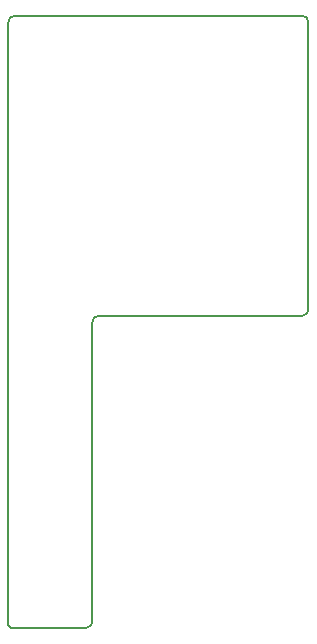
<source format=gbr>
G04 #@! TF.FileFunction,Profile,NP*
%FSLAX46Y46*%
G04 Gerber Fmt 4.6, Leading zero omitted, Abs format (unit mm)*
G04 Created by KiCad (PCBNEW 4.0.7-e2-6376~58~ubuntu16.04.1) date Mon Apr  2 14:55:01 2018*
%MOMM*%
%LPD*%
G01*
G04 APERTURE LIST*
%ADD10C,0.100000*%
%ADD11C,0.150000*%
G04 APERTURE END LIST*
D10*
D11*
X50800000Y-51308000D02*
X50800000Y-102362000D01*
X75692000Y-50800000D02*
X51308000Y-50800000D01*
X76200000Y-75692000D02*
X76200000Y-51308000D01*
X58420000Y-76200000D02*
X75692000Y-76200000D01*
X57912000Y-102108000D02*
X57912000Y-76708000D01*
X51054000Y-102616000D02*
X57404000Y-102616000D01*
X50800000Y-102362000D02*
G75*
G03X51054000Y-102616000I254000J0D01*
G01*
X57404000Y-102616000D02*
G75*
G03X57912000Y-102108000I0J508000D01*
G01*
X58420000Y-76200000D02*
G75*
G03X57912000Y-76708000I0J-508000D01*
G01*
X75692000Y-76200000D02*
G75*
G03X76200000Y-75692000I0J508000D01*
G01*
X76200000Y-51308000D02*
G75*
G03X75692000Y-50800000I-508000J0D01*
G01*
X51308000Y-50800000D02*
G75*
G03X50800000Y-51308000I0J-508000D01*
G01*
M02*

</source>
